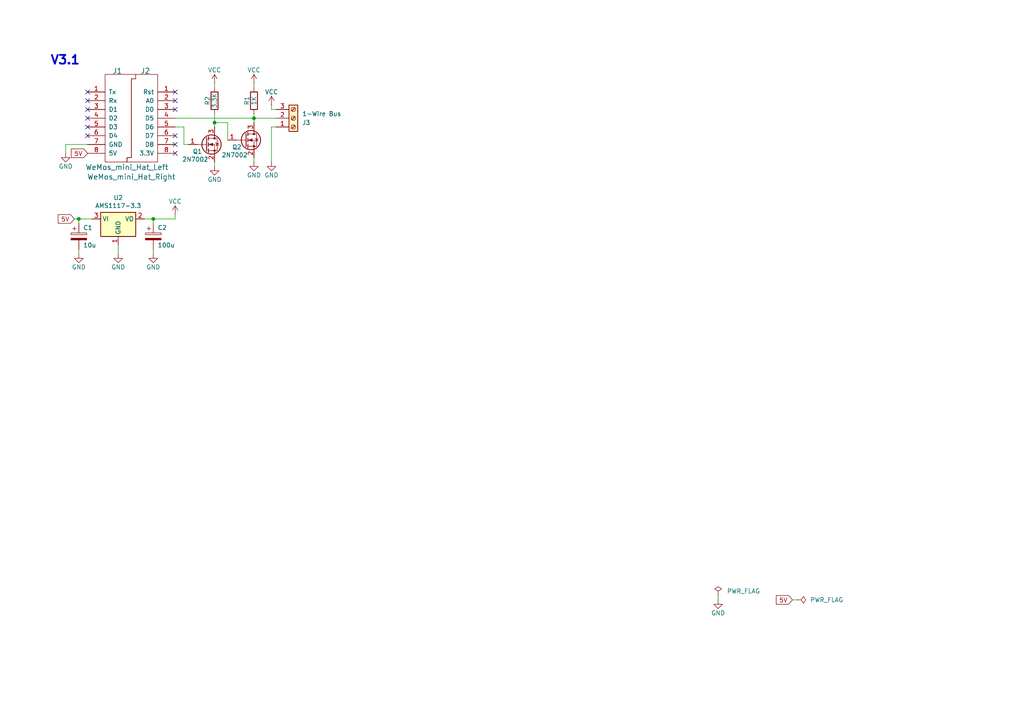
<source format=kicad_sch>
(kicad_sch (version 20231120) (generator "eeschema") (generator_version "8.0")
  (paper "A4")
  (lib_symbols
    (symbol "Connector:Screw_Terminal_01x03" (pin_names (offset 1.016) hide)
      (property "Reference" "J" (at 0 5.08 0))
      (property "Value" "Screw_Terminal_01x03" (at 0 -5.08 0))
      (symbol "Screw_Terminal_01x03_1_1"
        (rectangle (start -1.27 3.81) (end 1.27 -3.81) (stroke (width 0.254)) (fill (type background)))
        (circle (center 0 -2.54) (radius 0.635) (stroke (width 0.1524)))
        (polyline (pts (xy -0.5334 -2.2098) (xy 0.3302 -3.048)) (stroke (width 0.1524)))
        (polyline (pts (xy -0.5334 0.3302) (xy 0.3302 -0.508)) (stroke (width 0.1524)))
        (polyline (pts (xy -0.5334 2.8702) (xy 0.3302 2.032)) (stroke (width 0.1524)))
        (polyline (pts (xy -0.3556 -2.032) (xy 0.508 -2.8702)) (stroke (width 0.1524)))
        (polyline (pts (xy -0.3556 0.508) (xy 0.508 -0.3302)) (stroke (width 0.1524)))
        (polyline (pts (xy -0.3556 3.048) (xy 0.508 2.2098)) (stroke (width 0.1524)))
        (circle (center 0 0) (radius 0.635) (stroke (width 0.1524)))
        (circle (center 0 2.54) (radius 0.635) (stroke (width 0.1524)))
        (pin passive line (at -5.08 2.54 0) (length 3.81) (name "Pin_1") (number "1"))
        (pin passive line (at -5.08 0 0) (length 3.81) (name "Pin_2") (number "2"))
        (pin passive line (at -5.08 -2.54 0) (length 3.81) (name "Pin_3") (number "3"))
      )
    )
    (symbol "Device:C_Polarized" (pin_numbers hide) (pin_names (offset 0.254))
      (property "Reference" "C" (at 0.635 2.54 0))
      (property "Value" "C_Polarized" (at 0.635 -2.54 0))
      (symbol "C_Polarized_0_1"
        (rectangle (start -2.286 0.508) (end 2.286 1.016))
        (polyline (pts (xy -1.778 2.286) (xy -0.762 2.286)))
        (polyline (pts (xy -1.27 2.794) (xy -1.27 1.778)))
        (rectangle (start 2.286 -0.508) (end -2.286 -1.016) (fill (type outline)))
      )
      (symbol "C_Polarized_1_1"
        (pin passive line (at 0 3.81 270) (length 2.794) (name "~") (number "1"))
        (pin passive line (at 0 -3.81 90) (length 2.794) (name "~") (number "2"))
      )
    )
    (symbol "Device:R" (pin_numbers hide) (pin_names (offset 0))
      (property "Reference" "R" (at 2.032 0 90))
      (property "Value" "R" (at 0 0 90))
      (symbol "R_0_1"
        (rectangle (start -1.016 -2.54) (end 1.016 2.54) (stroke (width 0.254)))
      )
      (symbol "R_1_1"
        (pin passive line (at 0 3.81 270) (length 1.27) (name "~") (number "1"))
        (pin passive line (at 0 -3.81 90) (length 1.27) (name "~") (number "2"))
      )
    )
    (symbol "Regulator_Linear:AMS1117-3.3"
      (property "Reference" "U" (at -3.81 3.175 0))
      (property "Value" "AMS1117-3.3" (at 0 3.175 0))
      (symbol "AMS1117-3.3_0_1"
        (rectangle (start -5.08 -5.08) (end 5.08 1.905) (stroke (width 0.254)) (fill (type background)))
      )
      (symbol "AMS1117-3.3_1_1"
        (pin power_in line (at 0 -7.62 90) (length 2.54) (name "GND") (number "1"))
        (pin power_out line (at 7.62 0 180) (length 2.54) (name "VO") (number "2"))
        (pin power_in line (at -7.62 0 0) (length 2.54) (name "VI") (number "3"))
      )
    )
    (symbol "Transistor_FET:2N7002" (pin_names hide)
      (property "Reference" "Q" (at 5.08 1.905 0))
      (property "Value" "2N7002" (at 5.08 0 0))
      (symbol "2N7002_0_1"
        (polyline (pts (xy 0.254 0) (xy -2.54 0)))
        (polyline (pts (xy 0.254 1.905) (xy 0.254 -1.905)) (stroke (width 0.254)))
        (polyline (pts (xy 0.762 -1.27) (xy 0.762 -2.286)) (stroke (width 0.254)))
        (polyline (pts (xy 0.762 0.508) (xy 0.762 -0.508)) (stroke (width 0.254)))
        (polyline (pts (xy 0.762 2.286) (xy 0.762 1.27)) (stroke (width 0.254)))
        (polyline (pts (xy 2.54 2.54) (xy 2.54 1.778)))
        (polyline (pts (xy 2.54 -2.54) (xy 2.54 0) (xy 0.762 0)))
        (polyline (pts (xy 0.762 -1.778) (xy 3.302 -1.778) (xy 3.302 1.778) (xy 0.762 1.778)))
        (polyline (pts (xy 1.016 0) (xy 2.032 0.381) (xy 2.032 -0.381) (xy 1.016 0)) (fill (type outline)))
        (polyline (pts (xy 2.794 0.508) (xy 2.921 0.381) (xy 3.683 0.381) (xy 3.81 0.254)))
        (polyline (pts (xy 3.302 0.381) (xy 2.921 -0.254) (xy 3.683 -0.254) (xy 3.302 0.381)))
        (circle (center 1.651 0) (radius 2.794) (stroke (width 0.254)))
        (circle (center 2.54 -1.778) (radius 0.254) (fill (type outline)))
        (circle (center 2.54 1.778) (radius 0.254) (fill (type outline)))
      )
      (symbol "2N7002_1_1"
        (pin input line (at -5.08 0 0) (length 2.54) (name "G") (number "1"))
        (pin passive line (at 2.54 -5.08 90) (length 2.54) (name "S") (number "2"))
        (pin passive line (at 2.54 5.08 270) (length 2.54) (name "D") (number "3"))
      )
    )
    (symbol "power:GND" (power) (pin_numbers hide) (pin_names (offset 0) hide)
      (property "Value" "GND" (at 0 -3.81 0))
      (symbol "GND_0_1"
        (polyline (pts (xy 0 0) (xy 0 -1.27) (xy 1.27 -1.27) (xy 0 -2.54) (xy -1.27 -1.27) (xy 0 -1.27)))
      )
      (symbol "GND_1_1"
        (pin power_in line (at 0 0 270) (length 0) (name "~") (number "1"))
      )
    )
    (symbol "power:PWR_FLAG" (power) (pin_numbers hide) (pin_names (offset 0) hide)
      (property "Value" "PWR_FLAG" (at 0 3.81 0))
      (symbol "PWR_FLAG_0_0"
        (pin power_out line (at 0 0 90) (length 0) (name "~") (number "1"))
      )
      (symbol "PWR_FLAG_0_1"
        (polyline (pts (xy 0 0) (xy 0 1.27) (xy -1.016 1.905) (xy 0 2.54) (xy 1.016 1.905) (xy 0 1.27)))
      )
    )
    (symbol "power:VCC" (power) (pin_numbers hide) (pin_names (offset 0) hide)
      (property "Value" "VCC" (at 0 3.556 0))
      (symbol "VCC_0_1"
        (polyline (pts (xy -0.762 1.27) (xy 0 2.54)))
        (polyline (pts (xy 0 0) (xy 0 2.54)))
        (polyline (pts (xy 0 2.54) (xy 0.762 1.27)))
      )
      (symbol "VCC_1_1"
        (pin power_in line (at 0 0 90) (length 0) (name "~") (number "1"))
      )
    )
    (symbol "wemos_mini:WeMos_D1_mini_Hat_Left" (pin_names (offset 1.016))
      (property "Reference" "J" (at -0.254 13.716 0))
      (property "Value" "WeMos_mini_Hat_Left" (at 0.254 -14.224 0))
      (symbol "WeMos_D1_mini_Hat_Left_0_1"
        (polyline (pts (xy 2.54 -12.7) (xy -3.81 -12.7) (xy -3.81 12.7) (xy 5.08 12.7)))
        (polyline (pts (xy 2.54 -12.7) (xy 2.54 -11.43) (xy 3.81 -11.43) (xy 3.81 11.43) (xy 5.08 11.43) (xy 5.08 12.7)))
      )
      (symbol "WeMos_D1_mini_Hat_Left_1_1"
        (pin bidirectional line (at -8.89 7.62 0) (length 5.08) (name "Tx") (number "1"))
        (pin bidirectional line (at -8.89 5.08 0) (length 5.08) (name "Rx") (number "2"))
        (pin bidirectional line (at -8.89 2.54 0) (length 5.08) (name "D1") (number "3"))
        (pin bidirectional line (at -8.89 0 0) (length 5.08) (name "D2") (number "4"))
        (pin bidirectional line (at -8.89 -2.54 0) (length 5.08) (name "D3") (number "5"))
        (pin bidirectional line (at -8.89 -5.08 0) (length 5.08) (name "D4") (number "6"))
        (pin power_in line (at -8.89 -7.62 0) (length 5.08) (name "GND") (number "7"))
        (pin power_in line (at -8.89 -10.16 0) (length 5.08) (name "5V") (number "8"))
      )
    )
    (symbol "wemos_mini:WeMos_D1_mini_Hat_Right" (pin_names (offset 1.016))
      (property "Reference" "J" (at 4.064 12.446 0))
      (property "Value" "WeMos_mini_Hat_Right" (at 4.318 -15.494 0))
      (symbol "WeMos_D1_mini_Hat_Right_0_1"
        (polyline (pts (xy -1.27 -13.97) (xy 7.62 -13.97) (xy 7.62 11.43) (xy 1.27 11.43)))
        (polyline (pts (xy -1.27 -13.97) (xy -1.27 -12.7) (xy 0 -12.7) (xy 0 10.16) (xy 1.27 10.16) (xy 1.27 11.43)))
      )
      (symbol "WeMos_D1_mini_Hat_Right_1_1"
        (pin bidirectional line (at 12.7 6.35 180) (length 5.08) (name "Rst") (number "1"))
        (pin bidirectional line (at 12.7 3.81 180) (length 5.08) (name "A0") (number "2"))
        (pin bidirectional line (at 12.7 1.27 180) (length 5.08) (name "D0") (number "3"))
        (pin bidirectional line (at 12.7 -1.27 180) (length 5.08) (name "D5") (number "4"))
        (pin bidirectional line (at 12.7 -3.81 180) (length 5.08) (name "D6") (number "5"))
        (pin bidirectional line (at 12.7 -6.35 180) (length 5.08) (name "D7") (number "6"))
        (pin bidirectional line (at 12.7 -8.89 180) (length 5.08) (name "D8") (number "7"))
        (pin power_out line (at 12.7 -11.43 180) (length 5.08) (name "3.3V") (number "8"))
      )
    )
  )
  (junction (at 62.23 35.56))
  (junction (at 22.86 63.5))
  (junction (at 73.66 34.29))
  (junction (at 44.45 63.5))
  (no_connect (at 25.4 31.75))
  (no_connect (at 50.8 44.45))
  (no_connect (at 50.8 29.21))
  (no_connect (at 50.8 26.67))
  (no_connect (at 25.4 29.21))
  (no_connect (at 25.4 36.83))
  (no_connect (at 50.8 31.75))
  (no_connect (at 25.4 39.37))
  (no_connect (at 25.4 26.67))
  (no_connect (at 25.4 34.29))
  (no_connect (at 50.8 39.37))
  (no_connect (at 50.8 41.91))
  (wire (pts (xy 62.23 46.99) (xy 62.23 48.26)))
  (wire (pts (xy 66.04 35.56) (xy 62.23 35.56)))
  (wire (pts (xy 22.86 63.5) (xy 26.67 63.5)))
  (wire (pts (xy 208.28 172.72) (xy 208.28 173.99)))
  (wire (pts (xy 73.66 34.29) (xy 50.8 34.29)))
  (wire (pts (xy 62.23 33.02) (xy 62.23 35.56)))
  (wire (pts (xy 80.01 31.75) (xy 78.74 31.75)))
  (wire (pts (xy 21.59 63.5) (xy 22.86 63.5)))
  (wire (pts (xy 78.74 31.75) (xy 78.74 30.48)))
  (wire (pts (xy 22.86 63.5) (xy 22.86 64.77)))
  (wire (pts (xy 73.66 33.02) (xy 73.66 34.29)))
  (wire (pts (xy 50.8 63.5) (xy 44.45 63.5)))
  (wire (pts (xy 229.87 173.99) (xy 231.14 173.99)))
  (wire (pts (xy 80.01 36.83) (xy 78.74 36.83)))
  (wire (pts (xy 66.04 40.64) (xy 66.04 35.56)))
  (wire (pts (xy 53.34 41.91) (xy 54.61 41.91)))
  (wire (pts (xy 62.23 24.13) (xy 62.23 25.4)))
  (wire (pts (xy 53.34 36.83) (xy 53.34 41.91)))
  (wire (pts (xy 19.05 41.91) (xy 19.05 44.45)))
  (wire (pts (xy 80.01 34.29) (xy 73.66 34.29)))
  (wire (pts (xy 22.86 72.39) (xy 22.86 73.66)))
  (wire (pts (xy 62.23 36.83) (xy 62.23 35.56)))
  (wire (pts (xy 73.66 25.4) (xy 73.66 24.13)))
  (wire (pts (xy 34.29 71.12) (xy 34.29 73.66)))
  (wire (pts (xy 25.4 41.91) (xy 19.05 41.91)))
  (wire (pts (xy 44.45 72.39) (xy 44.45 73.66)))
  (wire (pts (xy 73.66 35.56) (xy 73.66 34.29)))
  (wire (pts (xy 41.91 63.5) (xy 44.45 63.5)))
  (wire (pts (xy 44.45 63.5) (xy 44.45 64.77)))
  (wire (pts (xy 73.66 45.72) (xy 73.66 46.99)))
  (wire (pts (xy 50.8 62.23) (xy 50.8 63.5)))
  (wire (pts (xy 53.34 36.83) (xy 50.8 36.83)))
  (wire (pts (xy 78.74 36.83) (xy 78.74 46.99)))
  (text "V3.1" (at 23.368 19.05 0) (effects (font (size 2.54 2.54) (thickness 0.508) (bold yes)) (justify right bottom)))
  (global_label "5V" (shape input) (at 21.59 63.5 180) (property "Intersheetrefs" "${INTERSHEET_REFS}" (effects (hide yes))))
  (global_label "5V" (shape input) (at 229.87 173.99 180) (property "Intersheetrefs" "${INTERSHEET_REFS}" (effects (hide yes))))
  (global_label "5V" (shape input) (at 25.4 44.45 180) (property "Intersheetrefs" "${INTERSHEET_REFS}" (effects (hide yes))))
  (symbol (lib_id "power:VCC") (at 78.74 30.48 0) (mirror y) (unit 1)
    (property "Reference" "#PWR06" (effects (hide yes)))
    (property "Value" "VCC" (at 78.74 26.67 0))
  )
  (symbol (lib_id "power:VCC") (at 73.66 24.13 0) (mirror y) (unit 1)
    (property "Reference" "#PWR07" (effects (hide yes)))
    (property "Value" "VCC" (at 73.66 20.32 0))
  )
  (symbol (lib_id "Device:R") (at 73.66 29.21 0) (mirror y) (unit 1)
    (property "Reference" "R1" (at 71.628 29.21 90))
    (property "Value" "1K" (at 73.66 29.21 90))
    (property "Footprint" "Resistor_SMD:R_0805_2012Metric_Pad1.20x1.40mm_HandSolder" (effects (hide yes)))
    (property "LCSC" "C17513" (effects (hide yes)))
  )
  (symbol (lib_id "power:GND") (at 73.66 46.99 0) (mirror y) (unit 1)
    (property "Reference" "#PWR011" (effects (hide yes)))
    (property "Value" "GND" (at 73.66 50.8 0))
  )
  (symbol (lib_id "Device:R") (at 62.23 29.21 0) (mirror y) (unit 1)
    (property "Reference" "R2" (at 60.198 29.21 90))
    (property "Value" "3.3K" (at 62.23 29.21 90))
    (property "Footprint" "Resistor_SMD:R_0805_2012Metric_Pad1.20x1.40mm_HandSolder" (effects (hide yes)))
    (property "LCSC" "C26010" (effects (hide yes)))
  )
  (symbol (lib_id "power:GND") (at 19.05 44.45 0) (mirror y) (unit 1)
    (property "Reference" "#PWR0102" (effects (hide yes)))
    (property "Value" "GND" (at 19.05 48.26 0))
  )
  (symbol (lib_id "Device:C_Polarized") (at 22.86 68.58 0) (unit 1)
    (property "Reference" "C1" (at 24.13 66.04 0) (effects (justify left)))
    (property "Value" "10u" (at 24.13 71.12 0) (effects (justify left)))
    (property "Footprint" "Capacitor_Tantalum_SMD:CP_EIA-3216-18_Kemet-A_Pad1.58x1.35mm_HandSolder" (effects (hide yes)))
    (property "Description" "Polarized capacitor" (effects (hide yes)))
    (property "LCSC" "C7171" (effects (hide yes)))
    (property "JlcRotOffset" "180" (effects (hide yes)))
  )
  (symbol (lib_id "Device:C_Polarized") (at 44.45 68.58 0) (unit 1)
    (property "Reference" "C2" (at 45.72 66.04 0) (effects (justify left)))
    (property "Value" "100u" (at 45.72 71.12 0) (effects (justify left)))
    (property "Footprint" "Capacitor_Tantalum_SMD:CP_EIA-3528-21_Kemet-B_Pad1.50x2.35mm_HandSolder" (effects (hide yes)))
    (property "Description" "Polarized capacitor" (effects (hide yes)))
    (property "LCSC" "C16133" (effects (hide yes)))
    (property "JlcRotOffset" "180" (effects (hide yes)))
  )
  (symbol (lib_id "Regulator_Linear:AMS1117-3.3") (at 34.29 63.5 0) (unit 1)
    (property "Reference" "U2" (at 34.29 57.3532 0))
    (property "Value" "AMS1117-3.3" (at 34.29 59.6646 0))
    (property "Footprint" "Package_TO_SOT_SMD:SOT-223-3_TabPin2" (effects (hide yes)))
    (property "Datasheet" "http://www.advanced-monolithic.com/pdf/ds1117.pdf" (effects (hide yes)))
    (property "LCSC" "C6186" (effects (hide yes)))
  )
  (symbol (lib_id "power:GND") (at 22.86 73.66 0) (unit 1)
    (property "Reference" "#PWR03" (effects (hide yes)))
    (property "Value" "GND" (at 22.86 77.47 0))
  )
  (symbol (lib_id "power:GND") (at 44.45 73.66 0) (unit 1)
    (property "Reference" "#PWR05" (effects (hide yes)))
    (property "Value" "GND" (at 44.45 77.47 0))
  )
  (symbol (lib_id "power:GND") (at 34.29 73.66 0) (unit 1)
    (property "Reference" "#PWR04" (effects (hide yes)))
    (property "Value" "GND" (at 34.29 77.47 0))
  )
  (symbol (lib_id "power:GND") (at 78.74 46.99 0) (mirror y) (unit 1)
    (property "Reference" "#PWR01" (effects (hide yes)))
    (property "Value" "GND" (at 78.74 50.8 0))
  )
  (symbol (lib_id "power:VCC") (at 50.8 62.23 0) (unit 1)
    (property "Reference" "#PWR02" (effects (hide yes)))
    (property "Value" "VCC" (at 50.8 58.42 0))
  )
  (symbol (lib_id "power:PWR_FLAG") (at 231.14 173.99 270) (unit 1)
    (property "Reference" "#FLG01" (effects (hide yes)))
    (property "Value" "PWR_FLAG" (at 234.95 173.9899 90) (effects (justify left)))
    (property "Description" "Special symbol for telling ERC where power comes from" (effects (hide yes)))
  )
  (symbol (lib_id "wemos_mini:WeMos_D1_mini_Hat_Left") (at 34.29 34.29 0) (unit 1)
    (property "Reference" "J1" (at 34.036 20.574 0) (effects (font (size 1.524 1.524))))
    (property "Value" "WeMos_mini_Hat_Left" (at 36.83 48.514 0) (effects (font (size 1.524 1.524))))
    (property "Footprint" "wemos_d1_mini:WeMos_D1_mini_Hat_Left" (effects (hide yes)))
    (property "Datasheet" "http://www.wemos.cc/Products/d1_mini.html" (effects (hide yes)))
    (property "LCSC" "C7509515" (effects (hide yes)))
  )
  (symbol (lib_id "wemos_mini:WeMos_D1_mini_Hat_Right") (at 38.1 33.02 0) (unit 1)
    (property "Reference" "J2" (at 42.164 20.574 0) (effects (font (size 1.524 1.524))))
    (property "Value" "WeMos_mini_Hat_Right" (at 38.1 51.308 0) (effects (font (size 1.524 1.524))))
    (property "Footprint" "wemos_d1_mini:WeMos_D1_mini_Hat_Right" (effects (hide yes)))
    (property "Datasheet" "http://www.wemos.cc/Products/d1_mini.html" (effects (hide yes)))
    (property "LCSC" "C7509515" (effects (hide yes)))
  )
  (symbol (lib_id "power:PWR_FLAG") (at 208.28 172.72 0) (unit 1)
    (property "Reference" "#FLG03" (effects (hide yes)))
    (property "Value" "PWR_FLAG" (at 210.82 171.4499 0) (effects (justify left)))
    (property "Description" "Special symbol for telling ERC where power comes from" (effects (hide yes)))
  )
  (symbol (lib_id "Connector:Screw_Terminal_01x03") (at 85.09 34.29 0) (mirror x) (unit 1)
    (property "Reference" "J3" (at 87.63 35.5601 0) (effects (justify left)))
    (property "Value" "1-Wire Bus" (at 87.63 33.0201 0) (effects (justify left)))
    (property "Footprint" "TerminalBlock:TerminalBlock_bornier-3_P5.08mm" (effects (hide yes)))
    (property "Description" "Generic screw terminal, single row, 01x03, script generated (kicad-library-utils/schlib/autogen/connector/)" (effects (hide yes)))
    (property "LCSC" "C474882" (effects (hide yes)))
    (property "JlcRotOffset" "180" (effects (hide yes)))
  )
  (symbol (lib_id "power:VCC") (at 62.23 24.13 0) (mirror y) (unit 1)
    (property "Reference" "#PWR012" (effects (hide yes)))
    (property "Value" "VCC" (at 62.23 20.32 0))
  )
  (symbol (lib_id "Transistor_FET:2N7002") (at 59.69 41.91 0) (unit 1)
    (property "Reference" "Q1" (at 55.88 43.942 0) (effects (justify left)))
    (property "Value" "2N7002" (at 52.832 46.228 0) (effects (justify left)))
    (property "Footprint" "Package_TO_SOT_SMD:SOT-23_Handsoldering" (effects (hide yes)))
    (property "Datasheet" "https://www.onsemi.com/pub/Collateral/NDS7002A-D.PDF" (effects (hide yes)))
    (property "Description" "0.115A Id, 60V Vds, N-Channel MOSFET, SOT-23" (effects (hide yes)))
    (property "LCSC" "C8545" (effects (hide yes)))
  )
  (symbol (lib_id "power:GND") (at 62.23 48.26 0) (mirror y) (unit 1)
    (property "Reference" "#PWR010" (effects (hide yes)))
    (property "Value" "GND" (at 62.23 52.07 0))
  )
  (symbol (lib_id "power:GND") (at 208.28 173.99 0) (unit 1)
    (property "Reference" "#PWR08" (effects (hide yes)))
    (property "Value" "GND" (at 208.28 177.8 0))
  )
  (symbol (lib_id "Transistor_FET:2N7002") (at 71.12 40.64 0) (unit 1)
    (property "Reference" "Q2" (at 67.31 42.672 0) (effects (justify left)))
    (property "Value" "2N7002" (at 64.262 44.958 0) (effects (justify left)))
    (property "Footprint" "Package_TO_SOT_SMD:SOT-23_Handsoldering" (effects (hide yes)))
    (property "Datasheet" "https://www.onsemi.com/pub/Collateral/NDS7002A-D.PDF" (effects (hide yes)))
    (property "Description" "0.115A Id, 60V Vds, N-Channel MOSFET, SOT-23" (effects (hide yes)))
    (property "LCSC" "C8545" (effects (hide yes)))
  )
)
</source>
